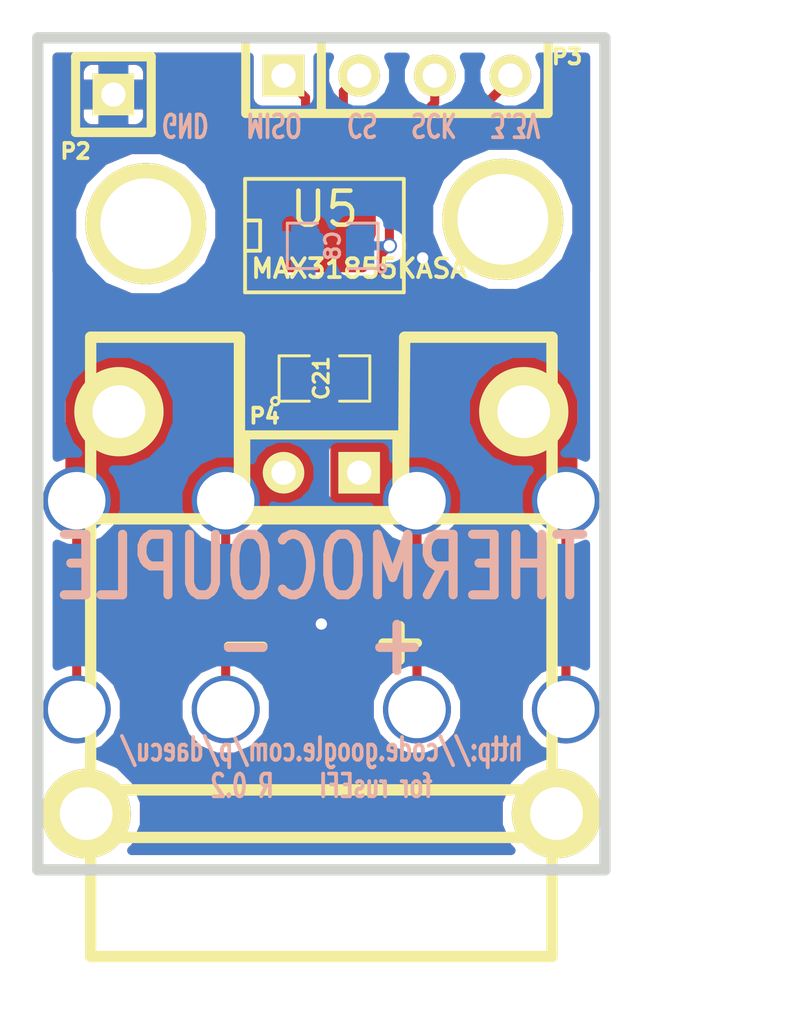
<source format=kicad_pcb>
(kicad_pcb (version 3) (host pcbnew "(2013-07-07 BZR 4022)-stable")

  (general
    (links 25)
    (no_connects 0)
    (area 93.7768 56.5658 124.877288 94.6912)
    (thickness 1.6002)
    (drawings 14)
    (tracks 54)
    (zones 0)
    (modules 11)
    (nets 8)
  )

  (page A)
  (title_block 
    (title "Thermocouple breakout")
    (rev R0.2)
    (company "rusEFI by DAECU")
  )

  (layers
    (15 Front signal)
    (0 Back signal)
    (16 B.Adhes user)
    (17 F.Adhes user)
    (18 B.Paste user)
    (19 F.Paste user)
    (20 B.SilkS user)
    (21 F.SilkS user)
    (22 B.Mask user)
    (23 F.Mask user)
    (24 Dwgs.User user)
    (25 Cmts.User user)
    (26 Eco1.User user)
    (27 Eco2.User user)
    (28 Edge.Cuts user)
  )

  (setup
    (last_trace_width 0.3048)
    (user_trace_width 0.381)
    (user_trace_width 0.508)
    (user_trace_width 0.635)
    (user_trace_width 1.016)
    (trace_clearance 0.3048)
    (zone_clearance 0.3048)
    (zone_45_only no)
    (trace_min 0.00762)
    (segment_width 0.381)
    (edge_width 0.381)
    (via_size 0.508)
    (via_drill 0.381)
    (via_min_size 0.02032)
    (via_min_drill 0.381)
    (user_via 1.00076 0.89916)
    (uvia_size 0.508)
    (uvia_drill 0.127)
    (uvias_allowed no)
    (uvia_min_size 0.02032)
    (uvia_min_drill 0.127)
    (pcb_text_width 0.3048)
    (pcb_text_size 1.524 2.032)
    (mod_edge_width 0.254)
    (mod_text_size 1.524 1.524)
    (mod_text_width 0.3048)
    (pad_size 0.635 1.143)
    (pad_drill 0)
    (pad_to_mask_clearance 0.254)
    (aux_axis_origin 0 0)
    (visible_elements 7FFFFF3F)
    (pcbplotparams
      (layerselection 284983297)
      (usegerberextensions true)
      (excludeedgelayer true)
      (linewidth 0.150000)
      (plotframeref false)
      (viasonmask false)
      (mode 1)
      (useauxorigin false)
      (hpglpennumber 1)
      (hpglpenspeed 20)
      (hpglpendiameter 15)
      (hpglpenoverlay 0)
      (psnegative false)
      (psa4output false)
      (plotreference true)
      (plotvalue false)
      (plotothertext false)
      (plotinvisibletext false)
      (padsonsilk false)
      (subtractmaskfromsilk false)
      (outputformat 1)
      (mirror false)
      (drillshape 0)
      (scaleselection 1)
      (outputdirectory thermocouple_gerbers))
  )

  (net 0 "")
  (net 1 //CS)
  (net 2 /MISO)
  (net 3 /SCK)
  (net 4 /TCPL+)
  (net 5 /TCPL-)
  (net 6 3.3v)
  (net 7 GND)

  (net_class Default "This is the default net class."
    (clearance 0.3048)
    (trace_width 0.3048)
    (via_dia 0.508)
    (via_drill 0.381)
    (uvia_dia 0.508)
    (uvia_drill 0.127)
    (add_net "")
    (add_net //CS)
    (add_net /MISO)
    (add_net /SCK)
    (add_net /TCPL+)
    (add_net /TCPL-)
    (add_net 3.3v)
    (add_net GND)
  )

  (module 1pin (layer Front) (tedit 4F629911) (tstamp 4F628E0D)
    (at 98.87712 65.29578)
    (descr "module 1 pin (ou trou mecanique de percage)")
    (tags DEV)
    (path /4F629521)
    (fp_text reference V802 (at 0 -3.048) (layer F.SilkS) hide
      (effects (font (size 1.016 1.016) (thickness 0.254)))
    )
    (fp_text value VIA (at 0 2.794) (layer F.SilkS) hide
      (effects (font (size 1.016 1.016) (thickness 0.254)))
    )
    (pad 1 thru_hole circle (at 0 0) (size 4.064 4.064) (drill 3.048)
      (layers *.Cu *.Mask F.SilkS)
    )
  )

  (module 1pin (layer Front) (tedit 4F629903) (tstamp 4F6280CB)
    (at 110.871 65.151)
    (descr "module 1 pin (ou trou mecanique de percage)")
    (tags DEV)
    (path /4F627FCA)
    (fp_text reference V801 (at 0 -3.048) (layer F.SilkS) hide
      (effects (font (size 1.016 1.016) (thickness 0.254)))
    )
    (fp_text value VIA (at 0 2.794) (layer F.SilkS) hide
      (effects (font (size 1.016 1.016) (thickness 0.254)))
    )
    (pad 1 thru_hole circle (at 0 0) (size 4.064 4.064) (drill 3.048)
      (layers *.Cu *.Mask F.SilkS)
    )
  )

  (module SO8E (layer Front) (tedit 4F661D77) (tstamp 4E47F42B)
    (at 104.87914 65.6971)
    (descr "module CMS SOJ 8 pins etroit")
    (tags "CMS SOJ")
    (path /4E13FF86)
    (attr smd)
    (fp_text reference U5 (at 0 -0.889) (layer F.SilkS)
      (effects (font (size 1.143 1.143) (thickness 0.1524)))
    )
    (fp_text value MAX31855KASA (at 1.16586 1.1049) (layer F.SilkS)
      (effects (font (size 0.635 0.635) (thickness 0.127)))
    )
    (fp_line (start -2.667 1.778) (end -2.667 1.905) (layer F.SilkS) (width 0.127))
    (fp_line (start -2.667 1.905) (end 2.667 1.905) (layer F.SilkS) (width 0.127))
    (fp_line (start 2.667 -1.905) (end -2.667 -1.905) (layer F.SilkS) (width 0.127))
    (fp_line (start -2.667 -1.905) (end -2.667 1.778) (layer F.SilkS) (width 0.127))
    (fp_line (start -2.667 -0.508) (end -2.159 -0.508) (layer F.SilkS) (width 0.127))
    (fp_line (start -2.159 -0.508) (end -2.159 0.508) (layer F.SilkS) (width 0.127))
    (fp_line (start -2.159 0.508) (end -2.667 0.508) (layer F.SilkS) (width 0.127))
    (fp_line (start 2.667 -1.905) (end 2.667 1.905) (layer F.SilkS) (width 0.127))
    (pad 8 smd rect (at -1.905 -2.667) (size 0.508 1.143)
      (layers Front F.Paste F.Mask)
    )
    (pad 1 smd rect (at -1.905 2.667) (size 0.508 1.143)
      (layers Front F.Paste F.Mask)
      (net 7 GND)
    )
    (pad 7 smd rect (at -0.635 -2.667) (size 0.508 1.143)
      (layers Front F.Paste F.Mask)
      (net 2 /MISO)
    )
    (pad 6 smd rect (at 0.635 -2.667) (size 0.508 1.143)
      (layers Front F.Paste F.Mask)
      (net 1 //CS)
    )
    (pad 5 smd rect (at 1.905 -2.667) (size 0.508 1.143)
      (layers Front F.Paste F.Mask)
      (net 3 /SCK)
    )
    (pad 2 smd rect (at -0.635 2.667) (size 0.508 1.143)
      (layers Front F.Paste F.Mask)
      (net 5 /TCPL-)
    )
    (pad 3 smd rect (at 0.635 2.667) (size 0.508 1.143)
      (layers Front F.Paste F.Mask)
      (net 4 /TCPL+)
    )
    (pad 4 smd rect (at 1.905 2.667) (size 0.508 1.143)
      (layers Front F.Paste F.Mask)
      (net 6 3.3v)
    )
    (model 3D/so-8.wrl
      (at (xyz 0 0 0))
      (scale (xyz 1 1 1))
      (rotate (xyz 0 0 0))
    )
  )

  (module tcpl_PCC-SMP (layer Front) (tedit 535A1C3C) (tstamp 535A19ED)
    (at 104.775 78.359 270)
    (path /535A15DB)
    (fp_text reference P1 (at -1.778 9.779 270) (layer F.SilkS) hide
      (effects (font (size 1.524 1.524) (thickness 0.3048)))
    )
    (fp_text value CONN_2 (at -1.5748 4.699 360) (layer F.SilkS) hide
      (effects (font (size 1.524 1.524) (thickness 0.3048)))
    )
    (fp_text user - (at 1.016 2.54 360) (layer F.SilkS)
      (effects (font (size 1.524 1.524) (thickness 0.3048)))
    )
    (fp_text user + (at 1.016 -2.54 270) (layer F.SilkS)
      (effects (font (size 1.524 1.524) (thickness 0.3048)))
    )
    (fp_line (start -3.0988 7.74954) (end -9.25068 7.74954) (layer F.SilkS) (width 0.381))
    (fp_line (start -9.25068 7.74954) (end -9.25068 2.75082) (layer F.SilkS) (width 0.381))
    (fp_line (start -9.25068 2.75082) (end -3.1496 2.75082) (layer F.SilkS) (width 0.381))
    (fp_line (start -3.1496 -2.75082) (end -9.25068 -2.79908) (layer F.SilkS) (width 0.381))
    (fp_line (start -9.25068 -2.79908) (end -9.25068 -7.74954) (layer F.SilkS) (width 0.381))
    (fp_line (start -9.25068 -7.74954) (end -3.1496 -7.74954) (layer F.SilkS) (width 0.381))
    (fp_line (start 5.95122 7.74954) (end 5.95122 -7.74954) (layer F.SilkS) (width 0.381))
    (fp_line (start 7.54888 -7.74954) (end 7.54888 7.74954) (layer F.SilkS) (width 0.381))
    (fp_line (start -3.1496 -7.74954) (end 11.54938 -7.74954) (layer F.SilkS) (width 0.381))
    (fp_line (start -3.1496 7.74954) (end -3.1496 -7.74954) (layer F.SilkS) (width 0.381))
    (fp_line (start 11.54938 7.74954) (end -3.1496 7.74954) (layer F.SilkS) (width 0.381))
    (fp_line (start 11.54938 -7.74954) (end 11.54938 7.74954) (layer F.SilkS) (width 0.381))
    (pad M thru_hole circle (at 6.74878 -7.8994 270) (size 2.99974 2.99974) (drill 1.77038)
      (layers *.Cu *.Mask F.SilkS)
    )
    (pad M thru_hole circle (at 6.74878 7.8994 270) (size 2.99974 2.99974) (drill 1.77038)
      (layers *.Cu *.Mask F.SilkS)
    )
    (pad 2 thru_hole circle (at -6.74878 -6.79958 270) (size 2.99974 2.99974) (drill 1.77038)
      (layers *.Cu *.Mask F.SilkS)
      (net 4 /TCPL+)
    )
    (pad 1 thru_hole circle (at -6.74878 6.79958 270) (size 2.99974 2.99974) (drill 1.77038)
      (layers *.Cu *.Mask F.SilkS)
      (net 5 /TCPL-)
    )
    (model 3D/TCPL_CONNECTOR_PCC-SMP.wrl
      (at (xyz 0.46 0.315 -0.17))
      (scale (xyz 10 10 10))
      (rotate (xyz 0 0 180))
    )
  )

  (module SIL-4 (layer Front) (tedit 535A1D77) (tstamp 4F67B26C)
    (at 107.315 60.325)
    (descr "Connecteur 4 pibs")
    (tags "CONN DEV")
    (path /535A166C)
    (fp_text reference P3 (at 5.715 -0.635) (layer F.SilkS)
      (effects (font (size 0.508 0.508) (thickness 0.127)))
    )
    (fp_text value CONN_4 (at 0 -2.54) (layer F.SilkS) hide
      (effects (font (size 1.524 1.016) (thickness 0.3048)))
    )
    (fp_line (start -5.08 -1.27) (end -5.08 -1.27) (layer F.SilkS) (width 0.3048))
    (fp_line (start -5.08 1.27) (end -5.08 -1.27) (layer F.SilkS) (width 0.3048))
    (fp_line (start -5.08 -1.27) (end -5.08 -1.27) (layer F.SilkS) (width 0.3048))
    (fp_line (start -5.08 -1.27) (end 5.08 -1.27) (layer F.SilkS) (width 0.3048))
    (fp_line (start 5.08 -1.27) (end 5.08 1.27) (layer F.SilkS) (width 0.3048))
    (fp_line (start 5.08 1.27) (end -5.08 1.27) (layer F.SilkS) (width 0.3048))
    (fp_line (start -2.54 1.27) (end -2.54 -1.27) (layer F.SilkS) (width 0.3048))
    (pad 1 thru_hole rect (at -3.81 0) (size 1.397 1.397) (drill 0.8128)
      (layers *.Cu *.Mask F.SilkS)
      (net 2 /MISO)
    )
    (pad 2 thru_hole circle (at -1.27 0) (size 1.397 1.397) (drill 0.8128)
      (layers *.Cu *.Mask F.SilkS)
      (net 1 //CS)
    )
    (pad 3 thru_hole circle (at 1.27 0) (size 1.397 1.397) (drill 0.8128)
      (layers *.Cu *.Mask F.SilkS)
      (net 3 /SCK)
    )
    (pad 4 thru_hole circle (at 3.81 0) (size 1.397 1.397) (drill 0.8128)
      (layers *.Cu *.Mask F.SilkS)
      (net 6 3.3v)
    )
  )

  (module SIL-1 (layer Front) (tedit 535A1D7C) (tstamp 4F5CF533)
    (at 97.79 60.96 180)
    (descr "Connecteurs 1 pin")
    (tags "CONN DEV")
    (path /535A1737)
    (fp_text reference P2 (at 1.27 -1.905 180) (layer F.SilkS)
      (effects (font (size 0.508 0.508) (thickness 0.127)))
    )
    (fp_text value CONN_1 (at 0 -2.54 180) (layer F.SilkS) hide
      (effects (font (size 1.524 1.016) (thickness 0.254)))
    )
    (fp_line (start -1.27 1.27) (end 1.27 1.27) (layer F.SilkS) (width 0.3175))
    (fp_line (start -1.27 -1.27) (end 1.27 -1.27) (layer F.SilkS) (width 0.3175))
    (fp_line (start -1.27 1.27) (end -1.27 -1.27) (layer F.SilkS) (width 0.3048))
    (fp_line (start 1.27 -1.27) (end 1.27 1.27) (layer F.SilkS) (width 0.3048))
    (pad 1 thru_hole rect (at 0 0 180) (size 1.397 1.397) (drill 0.8128)
      (layers *.Cu *.Mask F.SilkS)
      (net 7 GND)
    )
  )

  (module SIL-2 (layer Front) (tedit 535A1CFD) (tstamp 535A1BB9)
    (at 104.775 73.66 180)
    (descr "Connecteurs 2 pins")
    (tags "CONN DEV")
    (path /535A1B1D)
    (fp_text reference P4 (at 1.905 1.905 180) (layer F.SilkS)
      (effects (font (size 0.508 0.508) (thickness 0.127)))
    )
    (fp_text value CONN_2 (at 0 -2.54 180) (layer F.SilkS) hide
      (effects (font (size 1.524 1.016) (thickness 0.3048)))
    )
    (fp_line (start -2.54 1.27) (end -2.54 -1.27) (layer F.SilkS) (width 0.3048))
    (fp_line (start -2.54 -1.27) (end 2.54 -1.27) (layer F.SilkS) (width 0.3048))
    (fp_line (start 2.54 -1.27) (end 2.54 1.27) (layer F.SilkS) (width 0.3048))
    (fp_line (start 2.54 1.27) (end -2.54 1.27) (layer F.SilkS) (width 0.3048))
    (pad 1 thru_hole rect (at -1.27 0 180) (size 1.397 1.397) (drill 0.8128)
      (layers *.Cu *.Mask F.SilkS)
      (net 4 /TCPL+)
    )
    (pad 2 thru_hole circle (at 1.27 0 180) (size 1.397 1.397) (drill 0.8128)
      (layers *.Cu *.Mask F.SilkS)
      (net 5 /TCPL-)
    )
  )

  (module SM0805-SM0603 (layer Back) (tedit 54220BA7) (tstamp 4E47F455)
    (at 105.156 66.04 180)
    (path /4E13FFE2)
    (attr smd)
    (fp_text reference C8 (at 0 0 450) (layer B.SilkS)
      (effects (font (size 0.50038 0.50038) (thickness 0.10922)) (justify mirror))
    )
    (fp_text value 100nF (at 0 -0.381 180) (layer B.SilkS) hide
      (effects (font (size 0.50038 0.50038) (thickness 0.10922)) (justify mirror))
    )
    (fp_circle (center -1.651 -0.762) (end -1.651 -0.635) (layer B.SilkS) (width 0.09906))
    (fp_line (start -0.508 -0.762) (end -1.524 -0.762) (layer B.SilkS) (width 0.09906))
    (fp_line (start -1.524 -0.762) (end -1.524 0.762) (layer B.SilkS) (width 0.09906))
    (fp_line (start -1.524 0.762) (end -0.508 0.762) (layer B.SilkS) (width 0.09906))
    (fp_line (start 0.508 0.762) (end 1.524 0.762) (layer B.SilkS) (width 0.09906))
    (fp_line (start 1.524 0.762) (end 1.524 -0.762) (layer B.SilkS) (width 0.09906))
    (fp_line (start 1.524 -0.762) (end 0.508 -0.762) (layer B.SilkS) (width 0.09906))
    (pad 1 smd rect (at -0.9525 0 180) (size 0.889 1.397)
      (layers Back B.Paste B.Mask)
      (net 6 3.3v)
    )
    (pad 2 smd rect (at 0.9525 0 180) (size 0.889 1.397)
      (layers Back B.Paste B.Mask)
      (net 7 GND)
    )
    (pad 1 smd rect (at -0.762 0 180) (size 0.635 1.143)
      (layers Back B.Paste B.Mask)
      (net 6 3.3v)
    )
    (pad 2 smd rect (at 0.762 0 180) (size 0.635 1.143)
      (layers Back B.Paste B.Mask)
      (net 7 GND)
    )
    (model smd/chip_cms.wrl
      (at (xyz 0 0 0))
      (scale (xyz 0.1 0.1 0.1))
      (rotate (xyz 0 0 0))
    )
  )

  (module SM0805-SM0603 (layer Front) (tedit 54220B8D) (tstamp 4E4C6BB1)
    (at 104.87914 70.49516)
    (path /4E4C6B54)
    (attr smd)
    (fp_text reference C21 (at -0.10414 -0.01016 90) (layer F.SilkS)
      (effects (font (size 0.50038 0.50038) (thickness 0.10922)))
    )
    (fp_text value 10nF (at 0 0.381) (layer F.SilkS) hide
      (effects (font (size 0.50038 0.50038) (thickness 0.10922)))
    )
    (fp_circle (center -1.651 0.762) (end -1.651 0.635) (layer F.SilkS) (width 0.09906))
    (fp_line (start -0.508 0.762) (end -1.524 0.762) (layer F.SilkS) (width 0.09906))
    (fp_line (start -1.524 0.762) (end -1.524 -0.762) (layer F.SilkS) (width 0.09906))
    (fp_line (start -1.524 -0.762) (end -0.508 -0.762) (layer F.SilkS) (width 0.09906))
    (fp_line (start 0.508 -0.762) (end 1.524 -0.762) (layer F.SilkS) (width 0.09906))
    (fp_line (start 1.524 -0.762) (end 1.524 0.762) (layer F.SilkS) (width 0.09906))
    (fp_line (start 1.524 0.762) (end 0.508 0.762) (layer F.SilkS) (width 0.09906))
    (pad 1 smd rect (at -0.9525 0) (size 0.889 1.397)
      (layers Front F.Paste F.Mask)
      (net 5 /TCPL-)
    )
    (pad 2 smd rect (at 0.9525 0) (size 0.889 1.397)
      (layers Front F.Paste F.Mask)
      (net 4 /TCPL+)
    )
    (pad 1 smd rect (at -0.762 0) (size 0.635 1.143)
      (layers Front F.Paste F.Mask)
      (net 5 /TCPL-)
    )
    (pad 2 smd rect (at 0.762 0) (size 0.635 1.143)
      (layers Front F.Paste F.Mask)
      (net 4 /TCPL+)
    )
    (model smd/chip_cms.wrl
      (at (xyz 0 0 0))
      (scale (xyz 0.1 0.1 0.1))
      (rotate (xyz 0 0 0))
    )
  )

  (module SCREW_TERM_534-7693 (layer Front) (tedit 54C42281) (tstamp 54C427F8)
    (at 99.06 78.105 180)
    (path /54C4236A)
    (fp_text reference P5 (at 0 -0.3175 180) (layer F.SilkS) hide
      (effects (font (size 0.127 0.127) (thickness 0.00254)))
    )
    (fp_text value CONN_1 (at 0.09906 -0.8001 180) (layer F.SilkS) hide
      (effects (font (size 0.127 0.127) (thickness 0.00254)))
    )
    (pad 1 thru_hole circle (at 2.5019 -3.5052 180) (size 2.286 2.286) (drill 1.9304)
      (layers *.Cu *.Mask)
      (net 5 /TCPL-)
    )
    (pad 1 thru_hole circle (at 2.5019 3.5052 180) (size 2.286 2.286) (drill 1.9304)
      (layers *.Cu *.Mask)
      (net 5 /TCPL-)
    )
    (pad 1 thru_hole circle (at -2.5019 3.5052 180) (size 2.286 2.286) (drill 1.9304)
      (layers *.Cu *.Mask)
      (net 5 /TCPL-)
    )
    (pad 1 thru_hole circle (at -2.5019 -3.5052 180) (size 2.286 2.286) (drill 1.9304)
      (layers *.Cu *.Mask)
      (net 5 /TCPL-)
    )
    (model 3D/screw_term_534-7693.wrl
      (at (xyz 0 0 0.22))
      (scale (xyz 10 10 10))
      (rotate (xyz 270 0 90))
    )
  )

  (module SCREW_TERM_534-7693 (layer Front) (tedit 54C42281) (tstamp 54C42800)
    (at 110.49 78.105 180)
    (path /54C42383)
    (fp_text reference P6 (at 0 -0.3175 180) (layer F.SilkS) hide
      (effects (font (size 0.127 0.127) (thickness 0.00254)))
    )
    (fp_text value CONN_1 (at 0.09906 -0.8001 180) (layer F.SilkS) hide
      (effects (font (size 0.127 0.127) (thickness 0.00254)))
    )
    (pad 1 thru_hole circle (at 2.5019 -3.5052 180) (size 2.286 2.286) (drill 1.9304)
      (layers *.Cu *.Mask)
      (net 4 /TCPL+)
    )
    (pad 1 thru_hole circle (at 2.5019 3.5052 180) (size 2.286 2.286) (drill 1.9304)
      (layers *.Cu *.Mask)
      (net 4 /TCPL+)
    )
    (pad 1 thru_hole circle (at -2.5019 3.5052 180) (size 2.286 2.286) (drill 1.9304)
      (layers *.Cu *.Mask)
      (net 4 /TCPL+)
    )
    (pad 1 thru_hole circle (at -2.5019 -3.5052 180) (size 2.286 2.286) (drill 1.9304)
      (layers *.Cu *.Mask)
      (net 4 /TCPL+)
    )
    (model 3D/screw_term_534-7693.wrl
      (at (xyz 0 0 0.22))
      (scale (xyz 10 10 10))
      (rotate (xyz 270 0 90))
    )
  )

  (gr_text "http://code.google.com/p/daecu/\nfor rusEFI    R 0.2" (at 104.775 83.566) (layer B.SilkS)
    (effects (font (size 0.762 0.508) (thickness 0.127)) (justify mirror))
  )
  (gr_text "MISO    CS   SCK   3.3V" (at 107.188 61.976 180) (layer B.SilkS)
    (effects (font (size 0.762 0.508) (thickness 0.127)) (justify mirror))
  )
  (gr_text GND (at 100.203 61.976 180) (layer B.SilkS)
    (effects (font (size 0.762 0.508) (thickness 0.127)) (justify mirror))
  )
  (dimension 19.05 (width 0.3048) (layer Cmts.User)
    (gr_text "0.7500 in" (at 104.775 93.065599) (layer Cmts.User)
      (effects (font (size 2.032 1.524) (thickness 0.3048)))
    )
    (feature1 (pts (xy 114.3 88.9) (xy 114.3 94.691199)))
    (feature2 (pts (xy 95.25 88.9) (xy 95.25 94.691199)))
    (crossbar (pts (xy 95.25 91.439999) (xy 114.3 91.439999)))
    (arrow1a (pts (xy 114.3 91.439999) (xy 113.173497 92.026419)))
    (arrow1b (pts (xy 114.3 91.439999) (xy 113.173497 90.853579)))
    (arrow2a (pts (xy 95.25 91.439999) (xy 96.376503 92.026419)))
    (arrow2b (pts (xy 95.25 91.439999) (xy 96.376503 90.853579)))
  )
  (dimension 27.94 (width 0.3048) (layer Cmts.User)
    (gr_text "1.1000 in" (at 119.1006 73.025 90) (layer Cmts.User)
      (effects (font (size 2.032 1.524) (thickness 0.3048)))
    )
    (feature1 (pts (xy 116.205 59.055) (xy 120.7262 59.055)))
    (feature2 (pts (xy 116.205 86.995) (xy 120.7262 86.995)))
    (crossbar (pts (xy 117.475 86.995) (xy 117.475 59.055)))
    (arrow1a (pts (xy 117.475 59.055) (xy 118.06142 60.181503)))
    (arrow1b (pts (xy 117.475 59.055) (xy 116.88858 60.181503)))
    (arrow2a (pts (xy 117.475 86.995) (xy 118.06142 85.868497)))
    (arrow2b (pts (xy 117.475 86.995) (xy 116.88858 85.868497)))
  )
  (gr_line (start 114.3 86.995) (end 113.665 86.995) (angle 90) (layer Edge.Cuts) (width 0.381))
  (gr_line (start 114.3 59.055) (end 114.3 86.995) (angle 90) (layer Edge.Cuts) (width 0.381))
  (gr_line (start 95.25 59.055) (end 114.3 59.055) (angle 90) (layer Edge.Cuts) (width 0.381))
  (gr_line (start 95.25 86.995) (end 95.25 59.055) (angle 90) (layer Edge.Cuts) (width 0.381))
  (gr_line (start 113.665 86.995) (end 95.25 86.995) (angle 90) (layer Edge.Cuts) (width 0.381))
  (gr_text + (at 107.315 79.375) (layer B.SilkS)
    (effects (font (size 2.032 1.524) (thickness 0.3048)))
  )
  (gr_text - (at 102.235 79.375) (layer B.SilkS)
    (effects (font (size 2.032 1.524) (thickness 0.3048)))
  )
  (gr_text THERMOCOUPLE (at 104.775 76.835) (layer B.SilkS)
    (effects (font (size 2.032 1.524) (thickness 0.3048)) (justify mirror))
  )
  (gr_text - (at 102.34422 84.19592) (layer F.SilkS)
    (effects (font (size 2.032 1.524) (thickness 0.3048)))
  )

  (segment (start 105.51414 63.0301) (end 105.51414 60.85586) (width 0.3048) (layer Front) (net 1))
  (segment (start 105.51414 60.85586) (end 106.045 60.325) (width 0.3048) (layer Front) (net 1) (tstamp 535A1F73))
  (segment (start 104.24414 63.0301) (end 104.24414 61.06414) (width 0.3048) (layer Front) (net 2))
  (segment (start 104.24414 61.06414) (end 103.505 60.325) (width 0.3048) (layer Front) (net 2) (tstamp 535A1F6E))
  (segment (start 104.24414 62.63386) (end 104.24414 63.0301) (width 0.2032) (layer Front) (net 2))
  (segment (start 108.585 60.325) (end 108.585 61.22924) (width 0.3048) (layer Front) (net 3))
  (segment (start 108.585 61.22924) (end 106.78414 63.0301) (width 0.3048) (layer Front) (net 3) (tstamp 535A1F78))
  (segment (start 112.9919 74.5998) (end 107.9881 74.5998) (width 0.3048) (layer Front) (net 4))
  (segment (start 112.9919 81.6102) (end 112.9919 74.5998) (width 0.3048) (layer Front) (net 4))
  (segment (start 107.9881 81.6102) (end 107.9881 74.5998) (width 0.3048) (layer Front) (net 4))
  (segment (start 106.045 73.66) (end 107.0483 73.66) (width 0.3048) (layer Front) (net 4))
  (segment (start 107.0483 73.66) (end 107.9881 74.5998) (width 0.3048) (layer Front) (net 4) (tstamp 54C42832))
  (segment (start 105.51414 68.3641) (end 105.51414 73.12914) (width 0.2032) (layer Front) (net 4))
  (segment (start 105.51414 73.12914) (end 106.045 73.66) (width 0.2032) (layer Front) (net 4) (tstamp 535A1D16))
  (segment (start 105.51414 68.3641) (end 105.51414 70.36816) (width 0.508) (layer Front) (net 4))
  (segment (start 105.51414 70.36816) (end 105.64114 70.49516) (width 0.508) (layer Front) (net 4))
  (segment (start 105.64114 70.49516) (end 110.45952 70.49516) (width 0.508) (layer Front) (net 4))
  (segment (start 110.45952 70.49516) (end 111.57458 71.61022) (width 0.508) (layer Front) (net 4))
  (segment (start 96.5581 74.5998) (end 101.5619 74.5998) (width 0.3048) (layer Front) (net 5))
  (segment (start 101.5619 81.6102) (end 101.5619 74.5998) (width 0.3048) (layer Front) (net 5))
  (segment (start 96.5581 81.6102) (end 96.5581 74.5998) (width 0.3048) (layer Front) (net 5))
  (segment (start 103.505 73.66) (end 102.5017 73.66) (width 0.3048) (layer Front) (net 5))
  (segment (start 102.5017 73.66) (end 101.5619 74.5998) (width 0.3048) (layer Front) (net 5) (tstamp 54C4283C))
  (segment (start 99.09048 70.49516) (end 97.97542 71.61022) (width 0.508) (layer Front) (net 5))
  (segment (start 104.11714 70.49516) (end 99.09048 70.49516) (width 0.508) (layer Front) (net 5))
  (segment (start 104.24414 70.36816) (end 104.11714 70.49516) (width 0.508) (layer Front) (net 5))
  (segment (start 104.24414 68.3641) (end 104.24414 70.36816) (width 0.508) (layer Front) (net 5))
  (segment (start 104.24414 68.3641) (end 104.24414 72.92086) (width 0.2032) (layer Front) (net 5))
  (segment (start 104.24414 72.92086) (end 103.505 73.66) (width 0.2032) (layer Front) (net 5) (tstamp 535A1D0E))
  (segment (start 106.1085 66.04) (end 107.061 66.04) (width 0.3048) (layer Back) (net 6))
  (via (at 107.061 66.04) (size 0.508) (layers Front Back) (net 6))
  (segment (start 107.061 66.04) (end 107.061 64.516) (width 0.3048) (layer Front) (net 6))
  (segment (start 111.125 60.452) (end 111.125 60.325) (width 0.3048) (layer Front) (net 6) (tstamp 535A2433))
  (segment (start 107.061 64.516) (end 111.125 60.452) (width 0.3048) (layer Front) (net 6) (tstamp 535A2425))
  (segment (start 106.78414 68.3641) (end 106.78414 66.31686) (width 0.3048) (layer Front) (net 6))
  (segment (start 106.78414 66.31686) (end 107.061 66.04) (width 0.3048) (layer Front) (net 6) (tstamp 535A20D0))
  (segment (start 104.2035 66.04) (end 104.2035 68.5165) (width 0.3048) (layer Back) (net 7))
  (via (at 104.775 78.74) (size 0.508) (layers Front Back) (net 7))
  (segment (start 101.6 78.74) (end 104.775 78.74) (width 0.3048) (layer Back) (net 7) (tstamp 54C428A5))
  (segment (start 99.06 76.2) (end 101.6 78.74) (width 0.3048) (layer Back) (net 7) (tstamp 54C428A3))
  (segment (start 99.06 73.66) (end 99.06 76.2) (width 0.3048) (layer Back) (net 7) (tstamp 54C428A1))
  (segment (start 104.2035 68.5165) (end 99.06 73.66) (width 0.3048) (layer Back) (net 7) (tstamp 54C4289C))
  (segment (start 107.3658 64.9224) (end 107.3404 64.9224) (width 0.3048) (layer Back) (net 7))
  (segment (start 107.3658 64.9224) (end 108.1786 65.7352) (width 0.3048) (layer Back) (net 7) (tstamp 535A240D))
  (segment (start 108.1786 65.7352) (end 108.1786 66.4464) (width 0.3048) (layer Back) (net 7) (tstamp 535A2411))
  (via (at 108.1786 66.4464) (size 0.508) (layers Front Back) (net 7))
  (segment (start 108.1024 66.3702) (end 108.1786 66.4464) (width 0.3048) (layer Front) (net 7) (tstamp 535A241A))
  (segment (start 104.2035 65.2145) (end 104.2035 66.04) (width 0.3048) (layer Back) (net 7) (tstamp 53863438))
  (segment (start 104.648 64.77) (end 104.2035 65.2145) (width 0.3048) (layer Back) (net 7) (tstamp 53863437))
  (segment (start 107.188 64.77) (end 104.648 64.77) (width 0.3048) (layer Back) (net 7) (tstamp 53863436))
  (segment (start 107.3404 64.9224) (end 107.188 64.77) (width 0.3048) (layer Back) (net 7) (tstamp 53863435))
  (segment (start 102.97414 68.3641) (end 102.97414 65.12814) (width 0.3048) (layer Front) (net 7))
  (segment (start 98.806 60.96) (end 97.79 60.96) (width 0.3048) (layer Front) (net 7) (tstamp 535A20DA))
  (segment (start 102.97414 65.12814) (end 98.806 60.96) (width 0.3048) (layer Front) (net 7) (tstamp 535A20D6))

  (zone (net 4) (net_name /TCPL+) (layer Front) (tstamp 535A2568) (hatch edge 0.508)
    (connect_pads yes (clearance 0.2032))
    (min_thickness 0.254)
    (fill (arc_segments 16) (thermal_gap 0.508) (thermal_bridge_width 0.508) (smoothing fillet) (radius 0.508))
    (polygon
      (pts
        (xy 113.37798 75.29576) (xy 113.37798 67.39636) (xy 105.07726 67.39636) (xy 105.07726 75.29576)
      )
    )
    (filled_polygon
      (pts
        (xy 113.25098 74.775252) (xy 113.21968 74.93261) (xy 113.137628 75.055408) (xy 113.01483 75.13746) (xy 112.857472 75.16876)
        (xy 105.597768 75.16876) (xy 105.44041 75.13746) (xy 105.317612 75.055408) (xy 105.23556 74.93261) (xy 105.20426 74.775252)
        (xy 105.20426 67.916868) (xy 105.23556 67.75951) (xy 105.317612 67.636712) (xy 105.44041 67.55466) (xy 105.597768 67.52336)
        (xy 106.18866 67.52336) (xy 106.164292 67.547686) (xy 106.098416 67.706333) (xy 106.098266 67.878113) (xy 106.098266 69.021113)
        (xy 106.163865 69.179875) (xy 106.285226 69.301448) (xy 106.443873 69.367324) (xy 106.615653 69.367474) (xy 107.123653 69.367474)
        (xy 107.282415 69.301875) (xy 107.403988 69.180514) (xy 107.469864 69.021867) (xy 107.470014 68.850087) (xy 107.470014 67.707087)
        (xy 107.404415 67.548325) (xy 107.379493 67.52336) (xy 110.159591 67.52336) (xy 110.37877 67.614371) (xy 111.35893 67.615226)
        (xy 111.581262 67.52336) (xy 112.857472 67.52336) (xy 113.01483 67.55466) (xy 113.137628 67.636712) (xy 113.21968 67.75951)
        (xy 113.25098 67.916868) (xy 113.25098 74.775252)
      )
    )
  )
  (zone (net 5) (net_name /TCPL-) (layer Front) (tstamp 535A2567) (hatch edge 0.508)
    (connect_pads yes (clearance 0.2032))
    (min_thickness 0.254)
    (fill (arc_segments 16) (thermal_gap 0.508) (thermal_bridge_width 0.508) (smoothing fillet) (radius 0.508))
    (polygon
      (pts
        (xy 104.67848 75.29576) (xy 104.67848 67.39636) (xy 96.1771 67.39636) (xy 96.1771 75.29576)
      )
    )
    (filled_polygon
      (pts
        (xy 104.55148 74.775252) (xy 104.52018 74.93261) (xy 104.438128 75.055408) (xy 104.31533 75.13746) (xy 104.157972 75.16876)
        (xy 96.697608 75.16876) (xy 96.54025 75.13746) (xy 96.417452 75.055408) (xy 96.3354 74.93261) (xy 96.3041 74.775252)
        (xy 96.3041 67.916868) (xy 96.3354 67.75951) (xy 96.417452 67.636712) (xy 96.54025 67.55466) (xy 96.697608 67.52336)
        (xy 97.817043 67.52336) (xy 98.38489 67.759151) (xy 99.36505 67.760006) (xy 99.937776 67.52336) (xy 102.37866 67.52336)
        (xy 102.354292 67.547686) (xy 102.288416 67.706333) (xy 102.288266 67.878113) (xy 102.288266 69.021113) (xy 102.353865 69.179875)
        (xy 102.475226 69.301448) (xy 102.633873 69.367324) (xy 102.805653 69.367474) (xy 103.313653 69.367474) (xy 103.472415 69.301875)
        (xy 103.593988 69.180514) (xy 103.659864 69.021867) (xy 103.660014 68.850087) (xy 103.660014 67.707087) (xy 103.594415 67.548325)
        (xy 103.569493 67.52336) (xy 104.157972 67.52336) (xy 104.31533 67.55466) (xy 104.438128 67.636712) (xy 104.52018 67.75951)
        (xy 104.55148 67.916868) (xy 104.55148 74.775252)
      )
    )
  )
  (zone (net 7) (net_name GND) (layer Back) (tstamp 535A2566) (hatch edge 0.508)
    (connect_pads (clearance 0.3048))
    (min_thickness 0.3048)
    (fill (arc_segments 16) (thermal_gap 0.3) (thermal_bridge_width 1.38176) (smoothing fillet) (radius 0.508))
    (polygon
      (pts
        (xy 114.935 58.42) (xy 94.615 58.42) (xy 94.615 87.63) (xy 114.935 87.63)
      )
    )
    (filled_polygon
      (pts
        (xy 113.6523 80.151751) (xy 113.311596 80.010279) (xy 112.674997 80.009724) (xy 112.086644 80.252826) (xy 111.636108 80.702576)
        (xy 111.391979 81.290504) (xy 111.391424 81.927103) (xy 111.634526 82.515456) (xy 112.084276 82.965992) (xy 112.528819 83.150582)
        (xy 112.286823 83.150371) (xy 111.567257 83.44769) (xy 111.016244 83.997742) (xy 110.717671 84.716787) (xy 110.716991 85.495357)
        (xy 111.01431 86.214923) (xy 111.146456 86.3473) (xy 109.588576 86.3473) (xy 109.588576 81.293297) (xy 109.588576 74.282897)
        (xy 109.345474 73.694544) (xy 108.895724 73.244008) (xy 108.307796 72.999879) (xy 107.772323 72.999412) (xy 107.772323 65.899154)
        (xy 107.664277 65.637664) (xy 107.464388 65.437426) (xy 107.203087 65.328924) (xy 107.010279 65.328755) (xy 107.010279 65.250956)
        (xy 106.940821 65.082855) (xy 106.812321 64.954131) (xy 106.644341 64.88438) (xy 106.462456 64.884221) (xy 105.573456 64.884221)
        (xy 105.405355 64.953679) (xy 105.276631 65.082179) (xy 105.231517 65.190824) (xy 105.213131 65.209179) (xy 105.153401 65.353024)
        (xy 105.094802 65.211902) (xy 105.076416 65.193548) (xy 105.031302 65.084902) (xy 104.903929 64.957751) (xy 104.737593 64.889022)
        (xy 104.53885 64.8891) (xy 104.42575 65.0022) (xy 104.42575 65.69075) (xy 104.55275 65.69075) (xy 104.55275 65.75425)
        (xy 104.7115 65.75425) (xy 104.7115 66.32575) (xy 104.55275 66.32575) (xy 104.55275 66.38925) (xy 104.42575 66.38925)
        (xy 104.42575 67.0778) (xy 104.53885 67.1909) (xy 104.737593 67.190978) (xy 104.903929 67.122249) (xy 105.031302 66.995098)
        (xy 105.076416 66.886451) (xy 105.094802 66.868098) (xy 105.153462 66.726829) (xy 105.212679 66.870145) (xy 105.231489 66.888988)
        (xy 105.276179 66.997145) (xy 105.404679 67.125869) (xy 105.572659 67.19562) (xy 105.754544 67.195779) (xy 106.643544 67.195779)
        (xy 106.811645 67.126321) (xy 106.940369 66.997821) (xy 107.01012 66.829841) (xy 107.010188 66.751155) (xy 107.201846 66.751323)
        (xy 107.463336 66.643277) (xy 107.663574 66.443388) (xy 107.772076 66.182087) (xy 107.772323 65.899154) (xy 107.772323 72.999412)
        (xy 107.671197 72.999324) (xy 107.200779 73.193696) (xy 107.200779 72.870956) (xy 107.131321 72.702855) (xy 107.002821 72.574131)
        (xy 106.834841 72.50438) (xy 106.652956 72.504221) (xy 105.255956 72.504221) (xy 105.087855 72.573679) (xy 104.959131 72.702179)
        (xy 104.88938 72.870159) (xy 104.889221 73.052044) (xy 104.889221 74.449044) (xy 104.958679 74.617145) (xy 105.087179 74.745869)
        (xy 105.255159 74.81562) (xy 105.437044 74.815779) (xy 106.387711 74.815779) (xy 106.387624 74.916703) (xy 106.630726 75.505056)
        (xy 107.080476 75.955592) (xy 107.668404 76.199721) (xy 108.305003 76.200276) (xy 108.893356 75.957174) (xy 109.343892 75.507424)
        (xy 109.588021 74.919496) (xy 109.588576 74.282897) (xy 109.588576 81.293297) (xy 109.345474 80.704944) (xy 108.895724 80.254408)
        (xy 108.307796 80.010279) (xy 107.671197 80.009724) (xy 107.082844 80.252826) (xy 106.632308 80.702576) (xy 106.388179 81.290504)
        (xy 106.387624 81.927103) (xy 106.630726 82.515456) (xy 107.080476 82.965992) (xy 107.668404 83.210121) (xy 108.305003 83.210676)
        (xy 108.893356 82.967574) (xy 109.343892 82.517824) (xy 109.588021 81.929896) (xy 109.588576 81.293297) (xy 109.588576 86.3473)
        (xy 104.6609 86.3473) (xy 104.6609 73.431126) (xy 104.485326 73.006204) (xy 104.23525 72.755691) (xy 104.23525 66.9508)
        (xy 104.23525 66.32575) (xy 104.23525 65.75425) (xy 104.23525 65.1292) (xy 104.12215 65.0161) (xy 103.986907 65.016022)
        (xy 103.98125 65.018359) (xy 103.98125 65.0022) (xy 103.86815 64.8891) (xy 103.669407 64.889022) (xy 103.503071 64.957751)
        (xy 103.375698 65.084902) (xy 103.306679 65.251117) (xy 103.306522 65.431093) (xy 103.3066 65.57765) (xy 103.4197 65.69075)
        (xy 103.6737 65.69075) (xy 103.7372 65.75425) (xy 104.23525 65.75425) (xy 104.23525 66.32575) (xy 103.7372 66.32575)
        (xy 103.6737 66.38925) (xy 103.4197 66.38925) (xy 103.3066 66.50235) (xy 103.306522 66.648907) (xy 103.306679 66.828883)
        (xy 103.375698 66.995098) (xy 103.503071 67.122249) (xy 103.669407 67.190978) (xy 103.86815 67.1909) (xy 103.98125 67.0778)
        (xy 103.98125 67.06164) (xy 103.986907 67.063978) (xy 104.12215 67.0639) (xy 104.23525 66.9508) (xy 104.23525 72.755691)
        (xy 104.160506 72.680817) (xy 103.735891 72.504502) (xy 103.276126 72.5041) (xy 102.851204 72.679674) (xy 102.525817 73.004494)
        (xy 102.432709 73.228721) (xy 101.881596 72.999879) (xy 101.366751 72.99943) (xy 101.366751 64.80282) (xy 100.988591 63.887604)
        (xy 100.288979 63.18677) (xy 99.374425 62.807013) (xy 98.940978 62.806634) (xy 98.940978 61.568907) (xy 98.940978 60.351093)
        (xy 98.940821 60.171117) (xy 98.871802 60.004902) (xy 98.744429 59.877751) (xy 98.578093 59.809022) (xy 98.25235 59.8091)
        (xy 98.13925 59.9222) (xy 98.13925 60.61075) (xy 98.8278 60.61075) (xy 98.9409 60.49765) (xy 98.940978 60.351093)
        (xy 98.940978 61.568907) (xy 98.9409 61.42235) (xy 98.8278 61.30925) (xy 98.13925 61.30925) (xy 98.13925 61.9978)
        (xy 98.25235 62.1109) (xy 98.578093 62.110978) (xy 98.744429 62.042249) (xy 98.871802 61.915098) (xy 98.940821 61.748883)
        (xy 98.940978 61.568907) (xy 98.940978 62.806634) (xy 98.38416 62.806149) (xy 97.468944 63.184309) (xy 97.44075 63.212453)
        (xy 97.44075 61.9978) (xy 97.44075 61.30925) (xy 97.44075 60.61075) (xy 97.44075 59.9222) (xy 97.32765 59.8091)
        (xy 97.001907 59.809022) (xy 96.835571 59.877751) (xy 96.708198 60.004902) (xy 96.639179 60.171117) (xy 96.639022 60.351093)
        (xy 96.6391 60.49765) (xy 96.7522 60.61075) (xy 97.44075 60.61075) (xy 97.44075 61.30925) (xy 96.7522 61.30925)
        (xy 96.6391 61.42235) (xy 96.639022 61.568907) (xy 96.639179 61.748883) (xy 96.708198 61.915098) (xy 96.835571 62.042249)
        (xy 97.001907 62.110978) (xy 97.32765 62.1109) (xy 97.44075 61.9978) (xy 97.44075 63.212453) (xy 96.76811 63.883921)
        (xy 96.388353 64.798475) (xy 96.387489 65.78874) (xy 96.765649 66.703956) (xy 97.465261 67.40479) (xy 98.379815 67.784547)
        (xy 99.37008 67.785411) (xy 100.285296 67.407251) (xy 100.98613 66.707639) (xy 101.365887 65.793085) (xy 101.366751 64.80282)
        (xy 101.366751 72.99943) (xy 101.244997 72.999324) (xy 100.656644 73.242426) (xy 100.206108 73.692176) (xy 99.961979 74.280104)
        (xy 99.961424 74.916703) (xy 100.204526 75.505056) (xy 100.654276 75.955592) (xy 101.242204 76.199721) (xy 101.878803 76.200276)
        (xy 102.467156 75.957174) (xy 102.917692 75.507424) (xy 103.161821 74.919496) (xy 103.161952 74.768926) (xy 103.274109 74.815498)
        (xy 103.733874 74.8159) (xy 104.158796 74.640326) (xy 104.484183 74.315506) (xy 104.660498 73.890891) (xy 104.6609 73.431126)
        (xy 104.6609 86.3473) (xy 103.162376 86.3473) (xy 103.162376 81.293297) (xy 102.919274 80.704944) (xy 102.469524 80.254408)
        (xy 101.881596 80.010279) (xy 101.244997 80.009724) (xy 100.656644 80.252826) (xy 100.206108 80.702576) (xy 99.961979 81.290504)
        (xy 99.961424 81.927103) (xy 100.204526 82.515456) (xy 100.654276 82.965992) (xy 101.242204 83.210121) (xy 101.878803 83.210676)
        (xy 102.467156 82.967574) (xy 102.917692 82.517824) (xy 103.161821 81.929896) (xy 103.162376 81.293297) (xy 103.162376 86.3473)
        (xy 98.404047 86.3473) (xy 98.533756 86.217818) (xy 98.832329 85.498773) (xy 98.833009 84.720203) (xy 98.53569 84.000637)
        (xy 97.985638 83.449624) (xy 97.266593 83.151051) (xy 97.019828 83.150835) (xy 97.463356 82.967574) (xy 97.913892 82.517824)
        (xy 98.158021 81.929896) (xy 98.158576 81.293297) (xy 97.915474 80.704944) (xy 97.465724 80.254408) (xy 96.877796 80.010279)
        (xy 96.241197 80.009724) (xy 95.8977 80.151653) (xy 95.8977 76.058248) (xy 96.238404 76.199721) (xy 96.875003 76.200276)
        (xy 97.463356 75.957174) (xy 97.913892 75.507424) (xy 98.158021 74.919496) (xy 98.158576 74.282897) (xy 97.915474 73.694544)
        (xy 97.788279 73.567127) (xy 98.362997 73.567629) (xy 99.082563 73.27031) (xy 99.633576 72.720258) (xy 99.932149 72.001213)
        (xy 99.932829 71.222643) (xy 99.63551 70.503077) (xy 99.085458 69.952064) (xy 98.366413 69.653491) (xy 97.587843 69.652811)
        (xy 96.868277 69.95013) (xy 96.317264 70.500182) (xy 96.018691 71.219227) (xy 96.018011 71.997797) (xy 96.31533 72.717363)
        (xy 96.597108 72.999634) (xy 96.241197 72.999324) (xy 95.8977 73.141253) (xy 95.8977 59.7027) (xy 102.349233 59.7027)
        (xy 102.349221 59.717044) (xy 102.349221 61.114044) (xy 102.418679 61.282145) (xy 102.547179 61.410869) (xy 102.715159 61.48062)
        (xy 102.897044 61.480779) (xy 104.294044 61.480779) (xy 104.462145 61.411321) (xy 104.590869 61.282821) (xy 104.66062 61.114841)
        (xy 104.660779 60.932956) (xy 104.660779 59.7027) (xy 105.052028 59.7027) (xy 104.889502 60.094109) (xy 104.8891 60.553874)
        (xy 105.064674 60.978796) (xy 105.389494 61.304183) (xy 105.814109 61.480498) (xy 106.273874 61.4809) (xy 106.698796 61.305326)
        (xy 107.024183 60.980506) (xy 107.200498 60.555891) (xy 107.2009 60.096126) (xy 107.038339 59.7027) (xy 107.592028 59.7027)
        (xy 107.429502 60.094109) (xy 107.4291 60.553874) (xy 107.604674 60.978796) (xy 107.929494 61.304183) (xy 108.354109 61.480498)
        (xy 108.813874 61.4809) (xy 109.238796 61.305326) (xy 109.564183 60.980506) (xy 109.740498 60.555891) (xy 109.7409 60.096126)
        (xy 109.578339 59.7027) (xy 110.132028 59.7027) (xy 109.969502 60.094109) (xy 109.9691 60.553874) (xy 110.144674 60.978796)
        (xy 110.469494 61.304183) (xy 110.894109 61.480498) (xy 111.353874 61.4809) (xy 111.778796 61.305326) (xy 112.104183 60.980506)
        (xy 112.280498 60.555891) (xy 112.2809 60.096126) (xy 112.118339 59.7027) (xy 113.6523 59.7027) (xy 113.6523 73.141351)
        (xy 113.311596 72.999879) (xy 112.952939 72.999566) (xy 113.232736 72.720258) (xy 113.531309 72.001213) (xy 113.531989 71.222643)
        (xy 113.360631 70.807925) (xy 113.360631 64.65804) (xy 112.982471 63.742824) (xy 112.282859 63.04199) (xy 111.368305 62.662233)
        (xy 110.37804 62.661369) (xy 109.462824 63.039529) (xy 108.76199 63.739141) (xy 108.382233 64.653695) (xy 108.381369 65.64396)
        (xy 108.759529 66.559176) (xy 109.459141 67.26001) (xy 110.373695 67.639767) (xy 111.36396 67.640631) (xy 112.279176 67.262471)
        (xy 112.98001 66.562859) (xy 113.359767 65.648305) (xy 113.360631 64.65804) (xy 113.360631 70.807925) (xy 113.23467 70.503077)
        (xy 112.684618 69.952064) (xy 111.965573 69.653491) (xy 111.187003 69.652811) (xy 110.467437 69.95013) (xy 109.916424 70.500182)
        (xy 109.617851 71.219227) (xy 109.617171 71.997797) (xy 109.91449 72.717363) (xy 110.464542 73.268376) (xy 111.183587 73.566949)
        (xy 111.761048 73.567453) (xy 111.636108 73.692176) (xy 111.391979 74.280104) (xy 111.391424 74.916703) (xy 111.634526 75.505056)
        (xy 112.084276 75.955592) (xy 112.672204 76.199721) (xy 113.308803 76.200276) (xy 113.6523 76.058346) (xy 113.6523 80.151751)
      )
    )
  )
  (zone (net 7) (net_name GND) (layer Front) (tstamp 535A256C) (hatch edge 0.508)
    (connect_pads (clearance 0.3048))
    (min_thickness 0.3048)
    (fill (arc_segments 16) (thermal_gap 0.3) (thermal_bridge_width 1.38176) (smoothing fillet) (radius 0.508))
    (polygon
      (pts
        (xy 93.98 57.785) (xy 115.57 57.785) (xy 115.57 88.265) (xy 93.98 88.265)
      )
    )
    (polygon
      (pts        (xy 95.758 75.692) (xy 95.758 66.929) (xy 113.792 66.929) (xy 113.792 75.692)
      )
    )
    (filled_polygon
      (pts
        (xy 106.656016 64.058879) (xy 106.629948 64.084948) (xy 106.497803 64.282716) (xy 106.4514 64.516) (xy 106.4514 65.653532)
        (xy 106.356272 65.882623) (xy 106.353088 65.885808) (xy 106.220943 66.083576) (xy 106.17454 66.31686) (xy 106.17454 66.7766)
        (xy 100.917048 66.7766) (xy 100.98613 66.707639) (xy 101.365887 65.793085) (xy 101.366751 64.80282) (xy 100.988591 63.887604)
        (xy 100.288979 63.18677) (xy 99.374425 62.807013) (xy 98.940978 62.806634) (xy 98.940978 61.568907) (xy 98.940978 60.351093)
        (xy 98.940821 60.171117) (xy 98.871802 60.004902) (xy 98.744429 59.877751) (xy 98.578093 59.809022) (xy 98.25235 59.8091)
        (xy 98.13925 59.9222) (xy 98.13925 60.61075) (xy 98.8278 60.61075) (xy 98.9409 60.49765) (xy 98.940978 60.351093)
        (xy 98.940978 61.568907) (xy 98.9409 61.42235) (xy 98.8278 61.30925) (xy 98.13925 61.30925) (xy 98.13925 61.9978)
        (xy 98.25235 62.1109) (xy 98.578093 62.110978) (xy 98.744429 62.042249) (xy 98.871802 61.915098) (xy 98.940821 61.748883)
        (xy 98.940978 61.568907) (xy 98.940978 62.806634) (xy 98.38416 62.806149) (xy 97.468944 63.184309) (xy 97.44075 63.212453)
        (xy 97.44075 61.9978) (xy 97.44075 61.30925) (xy 97.44075 60.61075) (xy 97.44075 59.9222) (xy 97.32765 59.8091)
        (xy 97.001907 59.809022) (xy 96.835571 59.877751) (xy 96.708198 60.004902) (xy 96.639179 60.171117) (xy 96.639022 60.351093)
        (xy 96.6391 60.49765) (xy 96.7522 60.61075) (xy 97.44075 60.61075) (xy 97.44075 61.30925) (xy 96.7522 61.30925)
        (xy 96.6391 61.42235) (xy 96.639022 61.568907) (xy 96.639179 61.748883) (xy 96.708198 61.915098) (xy 96.835571 62.042249)
        (xy 97.001907 62.110978) (xy 97.32765 62.1109) (xy 97.44075 61.9978) (xy 97.44075 63.212453) (xy 96.76811 63.883921)
        (xy 96.388353 64.798475) (xy 96.387489 65.78874) (xy 96.765649 66.703956) (xy 96.838166 66.7766) (xy 96.25099 66.7766)
        (xy 96.012133 66.824111) (xy 95.8977 66.900573) (xy 95.8977 59.7027) (xy 102.349233 59.7027) (xy 102.349221 59.717044)
        (xy 102.349221 61.114044) (xy 102.418679 61.282145) (xy 102.547179 61.410869) (xy 102.715159 61.48062) (xy 102.897044 61.480779)
        (xy 103.63454 61.480779) (xy 103.63454 62.167565) (xy 103.609039 62.193021) (xy 103.487461 62.071231) (xy 103.319481 62.00148)
        (xy 103.137596 62.001321) (xy 102.629596 62.001321) (xy 102.461495 62.070779) (xy 102.332771 62.199279) (xy 102.26302 62.367259)
        (xy 102.262861 62.549144) (xy 102.262861 63.692144) (xy 102.332319 63.860245) (xy 102.460819 63.988969) (xy 102.628799 64.05872)
        (xy 102.810684 64.058879) (xy 103.318684 64.058879) (xy 103.486785 63.989421) (xy 103.60924 63.867178) (xy 103.730819 63.988969)
        (xy 103.898799 64.05872) (xy 104.080684 64.058879) (xy 104.588684 64.058879) (xy 104.756785 63.989421) (xy 104.87924 63.867178)
        (xy 105.000819 63.988969) (xy 105.168799 64.05872) (xy 105.350684 64.058879) (xy 105.858684 64.058879) (xy 106.026785 63.989421)
        (xy 106.14924 63.867178) (xy 106.270819 63.988969) (xy 106.438799 64.05872) (xy 106.620684 64.058879) (xy 106.656016 64.058879)
      )
    )
    (filled_polygon
      (pts
        (xy 112.528819 83.150582) (xy 112.286823 83.150371) (xy 111.567257 83.44769) (xy 111.016244 83.997742) (xy 110.717671 84.716787)
        (xy 110.716991 85.495357) (xy 111.01431 86.214923) (xy 111.146456 86.3473) (xy 98.404047 86.3473) (xy 98.533756 86.217818)
        (xy 98.832329 85.498773) (xy 98.833009 84.720203) (xy 98.53569 84.000637) (xy 97.985638 83.449624) (xy 97.266593 83.151051)
        (xy 97.019828 83.150835) (xy 97.463356 82.967574) (xy 97.913892 82.517824) (xy 98.158021 81.929896) (xy 98.158576 81.293297)
        (xy 97.915474 80.704944) (xy 97.465724 80.254408) (xy 97.1677 80.130657) (xy 97.1677 76.079336) (xy 97.463356 75.957174)
        (xy 97.576327 75.8444) (xy 100.543277 75.8444) (xy 100.654276 75.955592) (xy 100.9523 76.079342) (xy 100.9523 80.130663)
        (xy 100.656644 80.252826) (xy 100.206108 80.702576) (xy 99.961979 81.290504) (xy 99.961424 81.927103) (xy 100.204526 82.515456)
        (xy 100.654276 82.965992) (xy 101.242204 83.210121) (xy 101.878803 83.210676) (xy 102.467156 82.967574) (xy 102.917692 82.517824)
        (xy 103.161821 81.929896) (xy 103.162376 81.293297) (xy 102.919274 80.704944) (xy 102.469524 80.254408) (xy 102.1715 80.130657)
        (xy 102.1715 76.079336) (xy 102.467156 75.957174) (xy 102.580127 75.8444) (xy 106.969477 75.8444) (xy 107.080476 75.955592)
        (xy 107.3785 76.079342) (xy 107.3785 80.130663) (xy 107.082844 80.252826) (xy 106.632308 80.702576) (xy 106.388179 81.290504)
        (xy 106.387624 81.927103) (xy 106.630726 82.515456) (xy 107.080476 82.965992) (xy 107.668404 83.210121) (xy 108.305003 83.210676)
        (xy 108.893356 82.967574) (xy 109.343892 82.517824) (xy 109.588021 81.929896) (xy 109.588576 81.293297) (xy 109.345474 80.704944)
        (xy 108.895724 80.254408) (xy 108.5977 80.130657) (xy 108.5977 76.079336) (xy 108.893356 75.957174) (xy 109.006327 75.8444)
        (xy 111.973277 75.8444) (xy 112.084276 75.955592) (xy 112.3823 76.079342) (xy 112.3823 80.130663) (xy 112.086644 80.252826)
        (xy 111.636108 80.702576) (xy 111.391979 81.290504) (xy 111.391424 81.927103) (xy 111.634526 82.515456) (xy 112.084276 82.965992)
        (xy 112.528819 83.150582)
      )
    )
    (filled_polygon
      (pts
        (xy 113.6523 66.900573) (xy 113.537867 66.824111) (xy 113.29901 66.7766) (xy 112.765895 66.7766) (xy 112.98001 66.562859)
        (xy 113.359767 65.648305) (xy 113.360631 64.65804) (xy 112.982471 63.742824) (xy 112.282859 63.04199) (xy 111.368305 62.662233)
        (xy 110.37804 62.661369) (xy 109.462824 63.039529) (xy 108.76199 63.739141) (xy 108.382233 64.653695) (xy 108.381369 65.64396)
        (xy 108.759529 66.559176) (xy 108.976573 66.7766) (xy 107.39374 66.7766) (xy 107.39374 66.672033) (xy 107.463336 66.643277)
        (xy 107.663574 66.443388) (xy 107.772076 66.182087) (xy 107.772323 65.899154) (xy 107.6706 65.652966) (xy 107.6706 64.768504)
        (xy 110.95855 61.480554) (xy 111.353874 61.4809) (xy 111.778796 61.305326) (xy 112.104183 60.980506) (xy 112.280498 60.555891)
        (xy 112.2809 60.096126) (xy 112.118339 59.7027) (xy 113.6523 59.7027) (xy 113.6523 66.900573)
      )
    )
  )
)

</source>
